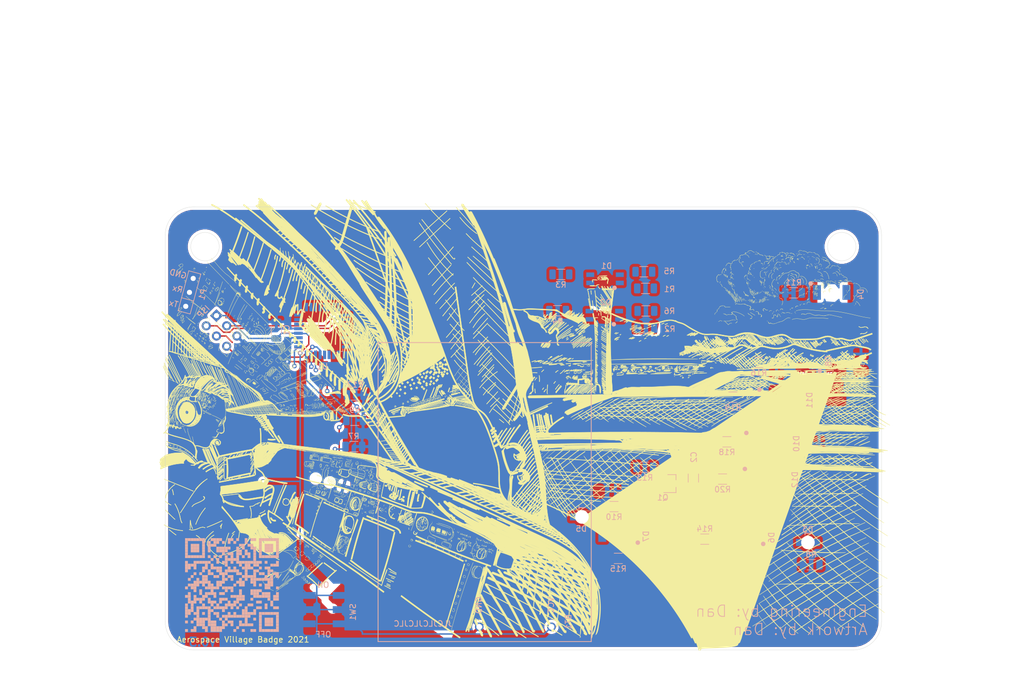
<source format=kicad_pcb>
(kicad_pcb (version 20171130) (host pcbnew 5.1.10-88a1d61d58~88~ubuntu20.04.1)
  (layers (0 F.Cu signal hide) (31 B.Cu signal) (34 B.Paste user hide) (35 F.Paste user hide) (36 B.SilkS user hide) (37 F.SilkS user) (38 B.Mask user hide) (39 F.Mask user hide) (44 Edge.Cuts user))
  (net 0 "")
  (net 1 GND)
  (net 2 "Net-(BT1-Pad1)")
  (net 3 VCC)
  (net 4 "Net-(D1-Pad4)")
  (net 5 "Net-(D1-Pad3)")
  (net 6 "Net-(D1-Pad1)")
  (net 7 "Net-(D2-Pad1)")
  (net 8 "Net-(D2-Pad3)")
  (net 9 "Net-(D2-Pad4)")
  (net 10 "Net-(D3-Pad1)")
  (net 11 "Net-(D3-Pad2)")
  (net 12 "Net-(D4-Pad1)")
  (net 13 "Net-(D5-Pad1)")
  (net 14 "Net-(D10-Pad2)")
  (net 15 "Net-(D6-Pad1)")
  (net 16 "Net-(D7-Pad1)")
  (net 17 "Net-(D8-Pad1)")
  (net 18 "Net-(D10-Pad1)")
  (net 19 "Net-(D11-Pad1)")
  (net 20 "Net-(J1-Pad1)")
  (net 21 "Net-(J1-Pad3)")
  (net 22 "Net-(J1-Pad4)")
  (net 23 "Net-(J1-Pad5)")
  (net 24 "Net-(Q1-Pad2)")
  (net 25 "Net-(R1-Pad1)")
  (net 26 "Net-(R2-Pad1)")
  (net 27 "Net-(R3-Pad1)")
  (net 28 "Net-(R4-Pad1)")
  (net 29 "Net-(R5-Pad1)")
  (net 30 "Net-(D4-Pad2)")
  (net 31 "Net-(D12-Pad1)")
  (net 32 "Net-(P1-Pad1)")
  (net 33 "Net-(P1-Pad2)")
  (net 34 "Net-(R6-Pad1)")
  (net 35 "Net-(R7-Pad2)")
  (net 36 "Net-(R9-Pad2)")
  (net 37 "Net-(R12-Pad2)")
  (net 38 "Net-(R13-Pad2)")
  (net 39 "Net-(SW1-Pad3)")
  (net 40 "Net-(U1-Pad7)")
  (net 41 "Net-(U1-Pad8)")
  (net 42 "Net-(U1-Pad11)")
  (net 43 "Net-(U1-Pad18)")
  (net 44 "Net-(U1-Pad19)")
  (net 45 "Net-(U1-Pad20)")
  (net 46 "Net-(U1-Pad21)")
  (net 47 "Net-(U1-Pad22)")
  (net 48 "Net-(U1-Pad27)")
  (net 49 "Net-(U1-Pad28)")
  (module aerospace_badge:artboard2 (layer F.Cu) (at 147.12188 104.30256)
    (fp_text reference S1 hide)
    (fp_text value OpenConnections hide)
    (fp_poly (pts (xy 8.880089 -14.700701) (xy 15.622828 16.13825) (xy 17.457343 16.395597) (xy 40.922059 5.857224) (xy 41.107577 6.004502) (xy 43.168435 3.889902) (xy 43.083686 3.755543) (xy 50.231569 -4.653764) (xy 50.267227 -4.588134) (xy 52.297592 -8.938773) (xy 51.93534 -8.937186) (xy 52.02991 -9.194535) (xy 52.392162 -9.196123) (xy 58.207309 -9.243669) (xy 58.126694 -8.98167) (xy 57.76496 -8.960477) (xy 57.845574 -9.222475) (xy 58.207309 -9.243669) (xy 52.392162 -9.196123) (xy 52.297592 -8.938773) (xy 50.267227 -4.588134) (xy 49.738576 -3.903422) (xy 49.702918 -3.969052) (xy 50.231569 -4.653764) (xy 43.083686 3.755543) (xy 44.339939 2.354077) (xy 45.509894 1.275075) (xy 45.424627 1.140714) (xy 46.680882 -0.26075) (xy 47.77849 -1.467395) (xy 47.693739 -1.601753) (xy 48.949994 -3.003219) (xy 51.629416 -6.034558) (xy 51.665074 -5.968929) (xy 52.775599 -8.939289) (xy 52.413347 -8.937702) (xy 52.507917 -9.195051) (xy 52.870169 -9.196123) (xy 52.867584 -8.941832) (xy 52.962151 -9.199179) (xy 57.744289 -9.218348) (xy 57.663673 -8.95635) (xy 57.302456 -8.935156) (xy 57.382553 -9.197155) (xy 57.744289 -9.218348) (xy 52.962151 -9.199179) (xy 53.324403 -9.20025) (xy 53.787942 -9.20025) (xy 53.693372 -8.942901) (xy 53.331121 -8.941313) (xy 53.425691 -9.198663) (xy 53.787942 -9.20025) (xy 53.324403 -9.20025) (xy 53.229835 -8.943419) (xy 52.867584 -8.941832) (xy 52.870169 -9.196123) (xy 52.775599 -8.939289) (xy 51.665074 -5.968929) (xy 51.136423 -5.284216) (xy 53.068606 -7.627226) (xy 53.104262 -7.56108) (xy 52.575613 -6.876367) (xy 52.539956 -6.941995) (xy 53.068606 -7.627226) (xy 51.136423 -5.284216) (xy 51.100768 -5.349846) (xy 51.629416 -6.034558) (xy 48.949994 -3.003219) (xy 49.034742 -2.868859) (xy 47.77849 -1.467395) (xy 46.680882 -0.26075) (xy 46.765631 -0.126391) (xy 45.509894 1.275075) (xy 44.339939 2.354077) (xy 44.424687 2.488435) (xy 43.168435 3.889902) (xy 41.107577 6.004502) (xy 39.472537 8.062256) (xy 56.733498 -8.901049) (xy 56.371763 -8.879856) (xy 56.452378 -9.141857) (xy 56.813596 -9.16305) (xy 57.291086 -9.189402) (xy 57.210471 -8.927404) (xy 56.848737 -8.906211) (xy 56.929351 -9.168212) (xy 57.291086 -9.189402) (xy 56.813596 -9.16305) (xy 56.733498 -8.901049) (xy 39.472537 8.062256) (xy 39.287535 7.914979) (xy 40.922059 5.857224) (xy 17.457343 16.395597) (xy 16.732321 17.441013) (xy 14.897291 17.183664) (xy 15.622828 16.13825) (xy 8.880089 -14.700701) (xy 8.880089 27.534965) (xy 18.042319 16.483446) (xy 19.876834 16.740796) (xy 35.70119 12.72037) (xy 35.886192 12.867132) (xy 34.251667 14.925402) (xy 34.066147 14.778125) (xy 35.70119 12.72037) (xy 19.876834 16.740796) (xy 19.151812 17.786728) (xy 17.317299 17.529379) (xy 18.042319 16.483446) (xy 8.880089 27.534965) (xy 65.67197 27.534965) (xy 21.453999 18.098852) (xy 19.619484 17.841505) (xy 20.345022 16.796091) (xy 22.179534 17.052922) (xy 22.691132 17.134054) (xy 24.525645 17.391404) (xy 37.261303 19.435207) (xy 39.099948 19.661031) (xy 39.686476 19.739062) (xy 41.525124 19.964889) (xy 40.817673 21.023223) (xy 38.979025 20.797396) (xy 39.686476 19.739062) (xy 39.099948 19.661031) (xy 38.3925 20.719365) (xy 36.553852 20.49354) (xy 37.261303 19.435207) (xy 24.525645 17.391404) (xy 23.800107 18.437333) (xy 21.965595 18.179984) (xy 22.691132 17.134054) (xy 22.179534 17.052922) (xy 21.453999 18.098852) (xy 65.67197 27.534965) (xy 65.67197 -14.700701) (xy 38.29173 9.232212) (xy 38.476732 9.37949) (xy 41.993828 20.011914) (xy 43.832476 20.237741) (xy 44.345625 20.30957) (xy 46.18427 20.535397) (xy 45.476821 21.593731) (xy 43.638174 21.367903) (xy 44.345625 20.30957) (xy 43.832476 20.237741) (xy 43.125543 21.295556) (xy 41.286896 21.070247) (xy 41.993828 20.011914) (xy 38.476732 9.37949) (xy 36.842205 11.437244) (xy 36.656687 11.289967) (xy 38.29173 9.232212) (xy 65.67197 -14.700701) (xy 8.880089 -14.700701)) (layer F.Cu) (width 0))
    (fp_poly (pts (xy 30.595559 -33.567766) (xy 17.313164 -28.682793) (xy 17.654848 -28.618918) (xy 17.944519 -28.437109) (xy 18.138099 -28.165031) (xy 18.206133 -27.844084) (xy 18.138257 -27.522979) (xy 17.944714 -27.250726) (xy 17.654975 -27.068783) (xy 17.313164 -27.004859) (xy 16.971194 -27.068644) (xy 16.681281 -27.250554) (xy 16.487604 -27.522867) (xy 16.419679 -27.844084) (xy 16.487762 -28.165143) (xy 16.681475 -28.43728) (xy 16.971321 -28.619057) (xy 17.313164 -28.682793) (xy 30.595559 -33.567766) (xy 5.502 -33.500587) (xy 15.20425 -23.261935) (xy 19.427248 -23.190105) (xy 19.102721 -19.921571) (xy 15.743235 -20.159799) (xy 15.20425 -23.261935) (xy 5.502 -33.500587) (xy 7.927176 -15.832931) (xy 27.35493 -15.867038) (xy 30.595559 -33.567766)) (layer F.Cu) (width 0))
    (fp_poly (pts (xy -31.276324 24.430818) (xy -29.430771 25.81357) (xy -32.028133 28.439562) (xy -33.905833 26.703062) (xy -31.276324 24.430818)) (layer F.Cu) (width 0))
    (fp_poly (pts (xy -15.1189 20.516263) (xy -6.566159 24.474167) (xy -9.940978 35.579174) (xy -17.843738 29.803426) (xy -15.1189 20.516263)) (layer F.Cu) (width 0))
    (fp_poly (pts (xy -24.153352 16.685601) (xy -18.931504 18.902595) (xy -21.281932 27.338158) (xy -26.250114 23.747746) (xy -24.153352 16.685601)) (layer F.Cu) (width 0))
    (fp_poly (pts (xy -31.329458 13.808588) (xy -27.846925 15.391027) (xy -29.787128 21.719503) (xy -33.030499 19.515773) (xy -31.329458 13.808588)) (layer F.Cu) (width 0))
    (fp_poly (pts (xy -34.586868 12.331002) (xy -32.100123 13.302406) (xy -33.102375 16.344561) (xy -33.841093 18.973885) (xy -36.059974 17.426178) (xy -36.047218 17.210132) (xy -34.586868 12.331002)) (layer F.Cu) (width 0))
    (fp_poly (pts (xy -48.174148 6.120702) (xy -44.333001 5.402673) (xy -44.244122 8.476972) (xy -48.080823 9.335453) (xy -48.174148 6.120702)) (layer F.Cu) (width 0))
    (pad 4 smd circle (at -46.11624 7.20598) (size 1.524 1.524) (layers F.Cu F.Paste F.Mask) (net 3 VCC))
    (pad 4 smd circle (at -31.60268 26.2001) (size 1.524 1.524) (layers F.Cu F.Paste F.Mask) (net 3 VCC))
    (pad 3 smd circle (at -22.74824 21.5646) (size 1.524 1.524) (layers F.Cu F.Paste F.Mask) (net 37 "Net-(R12-Pad2)"))
    (pad 2 smd circle (at -30.68574 17.34312) (size 1.524 1.524) (layers F.Cu F.Paste F.Mask) (net 36 "Net-(R9-Pad2)"))
    (pad 1 smd circle (at -34.1249 15.24508) (size 1.524 1.524) (layers F.Cu F.Paste F.Mask) (net 35 "Net-(R7-Pad2)"))
  )
  (module aerospace_badge:qrc (layer B.Cu) (at 99.4918 132.8166 180)
    (fp_text reference QR***** hide)
    (fp_text value qrc hide)
  )
  (module aerospace_badge:serialConnector (layer B.Cu) (at 92.26804 81.05648 75)
    (fp_text reference P1 (at 0.24384 2.35966 75) (layer B.SilkS) (effects (justify mirror)))
    (fp_text value SerialConnector)
    (fp_text user GND (at 2.61366 -2.77114 -15) (layer B.SilkS) (effects (justify mirror)))
    (fp_text user Rx (at 0.06604 -2.16916 -15) (layer B.SilkS) (effects (justify mirror)))
    (fp_text user Tx (at -2.64668 -2.16916 -195) (layer B.SilkS) (effects (justify mirror)))
    (pad 3 thru_hole rect (at 2.54 0 75) (size 1.6 1.6) (drill 0.9) (layers *.Cu *.Mask) (net 1 GND))
    (pad 2 thru_hole circle (at 0 0 75) (size 1.6 1.6) (drill 0.9) (layers *.Cu *.Mask) (net 33 "Net-(P1-Pad2)"))
    (pad 1 thru_hole circle (at -2.54 0 75) (size 1.6 1.6) (drill 0.9) (layers *.Cu *.Mask) (net 32 "Net-(P1-Pad1)"))
  )
  (module aerospace_badge:switch_JS202011SCQN (layer B.Cu) (at 115.97304 136.8914 270)
    (fp_text reference SW1 (at 0.44196 -5.04952 90) (layer B.SilkS) (effects (justify mirror)))
    (fp_text value SW_SPDT)
    (fp_text user OFF (at 4.37896 0.16002 180) (layer B.SilkS) (effects (justify mirror)))
    (fp_text user ON (at -4.35356 0.18288 180) (layer B.SilkS) (effects (justify mirror)))
    (pad 3 smd rect (at 2.5 2.75 270) (size 1.2 2.5) (layers B.Cu B.Paste B.Mask) (net 39 "Net-(SW1-Pad3)"))
    (pad 2 smd rect (at 0 2.75 270) (size 1.2 2.5) (layers B.Cu B.Paste B.Mask) (net 2 "Net-(BT1-Pad1)"))
    (pad 1 smd rect (at -2.5 2.75 270) (size 1.2 2.5) (layers B.Cu B.Paste B.Mask) (net 3 VCC))
    (pad 3 smd rect (at 2.5 -2.75 270) (size 1.2 2.5) (layers B.Cu B.Paste B.Mask) (net 39 "Net-(SW1-Pad3)"))
    (pad 2 smd rect (at 0 -2.75 270) (size 1.2 2.5) (layers B.Cu B.Paste B.Mask) (net 2 "Net-(BT1-Pad1)"))
    (pad 1 smd rect (at -2.5 -2.75 270) (size 1.2 2.5) (layers B.Cu B.Paste B.Mask) (net 3 VCC))
  )
  (module 2479_battery_holder:2479 (layer B.Cu) (at 144.92224 116.80444 270)
    (fp_text reference BT1 (at 22.24278 -13.9827 270) (layer B.SilkS) (effects (justify mirror)))
    (fp_text value Battery_Cell)
    (fp_text user VCC (at 19.31162 -10.93978 270) (layer B.SilkS) (effects (justify mirror)))
    (fp_text user GND (at 19.31162 1.76022 270) (layer B.SilkS) (effects (justify mirror)))
    (pad 2 thru_hole circle (at 23.12162 1.68022 270) (size 1.524 1.524) (drill 1.02) (layers *.Cu *.Mask) (net 1 GND))
    (pad 1 thru_hole circle (at 23.12162 -11.01978 270) (size 1.524 1.524) (drill 1.02) (layers *.Cu *.Mask) (net 2 "Net-(BT1-Pad1)"))
  )
  (module digikey-footprints:TQFP-32_7x7mm (layer B.Cu) (at 115.63604 87.84336)
    (fp_text reference U1 (at 0 6.25) (layer B.SilkS) (effects (justify mirror)))
    (fp_text value ATmega8-16AU)
    (pad 32 smd rect (at -2.8 4.2) (size 0.55 1.5) (layers B.Cu B.Paste B.Mask) (net 36 "Net-(R9-Pad2)"))
    (pad 31 smd rect (at -2 4.2) (size 0.55 1.5) (layers B.Cu B.Paste B.Mask) (net 32 "Net-(P1-Pad1)"))
    (pad 30 smd rect (at -1.2 4.2) (size 0.55 1.5) (layers B.Cu B.Paste B.Mask) (net 33 "Net-(P1-Pad2)"))
    (pad 29 smd rect (at -0.4 4.2) (size 0.55 1.5) (layers B.Cu B.Paste B.Mask) (net 23 "Net-(J1-Pad5)"))
    (pad 28 smd rect (at 0.4 4.2) (size 0.55 1.5) (layers B.Cu B.Paste B.Mask) (net 49 "Net-(U1-Pad28)"))
    (pad 27 smd rect (at 1.2 4.2) (size 0.55 1.5) (layers B.Cu B.Paste B.Mask) (net 48 "Net-(U1-Pad27)"))
    (pad 26 smd rect (at 2 4.2) (size 0.55 1.5) (layers B.Cu B.Paste B.Mask) (net 11 "Net-(D3-Pad2)"))
    (pad 25 smd rect (at 2.8 4.2) (size 0.55 1.5) (layers B.Cu B.Paste B.Mask) (net 29 "Net-(R5-Pad1)"))
    (pad 24 smd rect (at 4.2 2.8) (size 1.5 0.55) (layers B.Cu B.Paste B.Mask) (net 27 "Net-(R3-Pad1)"))
    (pad 23 smd rect (at 4.2 2) (size 1.5 0.55) (layers B.Cu B.Paste B.Mask) (net 25 "Net-(R1-Pad1)"))
    (pad 22 smd rect (at 4.2 1.2) (size 1.5 0.55) (layers B.Cu B.Paste B.Mask) (net 47 "Net-(U1-Pad22)"))
    (pad 21 smd rect (at 4.2 0.4) (size 1.5 0.55) (layers B.Cu B.Paste B.Mask) (net 46 "Net-(U1-Pad21)"))
    (pad 20 smd rect (at 4.2 -0.4) (size 1.5 0.55) (layers B.Cu B.Paste B.Mask) (net 45 "Net-(U1-Pad20)"))
    (pad 19 smd rect (at 4.2 -1.2) (size 1.5 0.55) (layers B.Cu B.Paste B.Mask) (net 44 "Net-(U1-Pad19)"))
    (pad 18 smd rect (at 4.2 -2) (size 1.5 0.55) (layers B.Cu B.Paste B.Mask) (net 43 "Net-(U1-Pad18)"))
    (pad 17 smd rect (at 4.2 -2.8) (size 1.5 0.55) (layers B.Cu B.Paste B.Mask) (net 21 "Net-(J1-Pad3)"))
    (pad 16 smd rect (at 2.8 -4.2) (size 0.55 1.5) (layers B.Cu B.Paste B.Mask) (net 20 "Net-(J1-Pad1)"))
    (pad 15 smd rect (at 2 -4.2) (size 0.55 1.5) (layers B.Cu B.Paste B.Mask) (net 22 "Net-(J1-Pad4)"))
    (pad 14 smd rect (at 1.2 -4.2) (size 0.55 1.5) (layers B.Cu B.Paste B.Mask) (net 38 "Net-(R13-Pad2)"))
    (pad 13 smd rect (at 0.4 -4.2) (size 0.55 1.5) (layers B.Cu B.Paste B.Mask) (net 34 "Net-(R6-Pad1)"))
    (pad 12 smd rect (at -0.4 -4.2) (size 0.55 1.5) (layers B.Cu B.Paste B.Mask) (net 30 "Net-(D4-Pad2)"))
    (pad 11 smd rect (at -1.2 -4.2) (size 0.55 1.5) (layers B.Cu B.Paste B.Mask) (net 42 "Net-(U1-Pad11)"))
    (pad 10 smd rect (at -2 -4.2) (size 0.55 1.5) (layers B.Cu B.Paste B.Mask) (net 28 "Net-(R4-Pad1)"))
    (pad 8 smd rect (at -4.2 -2.8) (size 1.5 0.55) (layers B.Cu B.Paste B.Mask) (net 41 "Net-(U1-Pad8)"))
    (pad 7 smd rect (at -4.2 -2) (size 1.5 0.55) (layers B.Cu B.Paste B.Mask) (net 40 "Net-(U1-Pad7)"))
    (pad 6 smd rect (at -4.2 -1.2) (size 1.5 0.55) (layers B.Cu B.Paste B.Mask) (net 3 VCC))
    (pad 5 smd rect (at -4.2 -0.4) (size 1.5 0.55) (layers B.Cu B.Paste B.Mask) (net 1 GND))
    (pad 4 smd rect (at -4.2 0.4) (size 1.5 0.55) (layers B.Cu B.Paste B.Mask) (net 3 VCC))
    (pad 3 smd rect (at -4.2 1.2) (size 1.5 0.55) (layers B.Cu B.Paste B.Mask) (net 1 GND))
    (pad 2 smd rect (at -4.2 2) (size 1.5 0.55) (layers B.Cu B.Paste B.Mask) (net 35 "Net-(R7-Pad2)"))
    (pad 1 smd rect (at -4.2 2.8) (size 1.5 0.55) (layers B.Cu B.Paste B.Mask) (net 37 "Net-(R12-Pad2)"))
    (pad 9 smd rect (at -2.8 -4.2) (size 0.55 1.5) (layers B.Cu B.Paste B.Mask) (net 26 "Net-(R2-Pad1)"))
  )
  (module aerospace_badge:led_in-s124ar (layer B.Cu) (at 161.29464 120.5738 180)
    (fp_text reference D5 (at 0.11684 -2.09042) (layer B.SilkS) (effects (justify mirror)))
    (fp_text value LED)
    (fp_text user T (at -0.01524 1.61798 90) (layer B.SilkS) (effects (justify mirror)))
    (pad "" np_thru_hole circle (at 0 0 180) (size 2.4 2.4) (drill 2.4) (layers *.Cu *.Mask))
    (pad 2 smd rect (at 1.56 0 180) (size 1.08 1.25) (layers B.Cu B.Paste B.Mask) (net 11 "Net-(D3-Pad2)"))
    (pad 1 smd rect (at -1.56 0 180) (size 1.08 1.25) (layers B.Cu B.Paste B.Mask) (net 13 "Net-(D5-Pad1)"))
  )
  (module Resistors_SMD:R_1206_3216Metric (layer B.Cu) (at 107.54868 87.69658 90)
    (fp_text reference C1 (at 0 1.82 90) (layer B.SilkS) (effects (justify mirror)))
    (fp_text value .1uF)
    (pad 2 smd roundrect (at 1.4625 0 90) (size 1.125 1.75) (layers B.Cu B.Paste B.Mask) (roundrect_rratio 0.222222) (net 1 GND))
    (pad 1 smd roundrect (at -1.4625 0 90) (size 1.125 1.75) (layers B.Cu B.Paste B.Mask) (roundrect_rratio 0.222222) (net 3 VCC))
  )
  (module Resistors_SMD:R_1206_3216Metric (layer B.Cu) (at 180.90388 113.74328 90)
    (fp_text reference C2 (at 3.69524 0.0762 90) (layer B.SilkS) (effects (justify mirror)))
    (fp_text value .1uF)
    (pad 2 smd roundrect (at 1.4625 0 90) (size 1.125 1.75) (layers B.Cu B.Paste B.Mask) (roundrect_rratio 0.222222) (net 1 GND))
    (pad 1 smd roundrect (at -1.4625 0 90) (size 1.125 1.75) (layers B.Cu B.Paste B.Mask) (roundrect_rratio 0.222222) (net 3 VCC))
  )
  (module aerospace_badge:led_in-s124ar (layer B.Cu) (at 201.05116 125.07976 180)
    (fp_text reference D3 (at 0.01524 2.3114) (layer B.SilkS) (effects (justify mirror)))
    (fp_text value LED)
    (fp_text user T (at -0.01524 1.61798 90) (layer B.SilkS) (effects (justify mirror)))
    (pad "" np_thru_hole circle (at 0 0 180) (size 2.4 2.4) (drill 2.4) (layers *.Cu *.Mask))
    (pad 2 smd rect (at 1.56 0 180) (size 1.08 1.25) (layers B.Cu B.Paste B.Mask) (net 11 "Net-(D3-Pad2)"))
    (pad 1 smd rect (at -1.56 0 180) (size 1.08 1.25) (layers B.Cu B.Paste B.Mask) (net 10 "Net-(D3-Pad1)"))
  )
  (module aerospace_badge:AVR-ISP-6 (layer F.Cu) (at 95.221789 86.941389 45)
    (fp_text reference J1 hide)
    (fp_text value AVR-ISP-6 hide)
    (pad 6 thru_hole oval (at 2.54 5.08 45) (size 1.6 1.6) (drill 0.9) (layers *.Cu *.Mask) (net 1 GND))
    (pad 5 thru_hole oval (at 0 5.08 45) (size 1.6 1.6) (drill 0.9) (layers *.Cu *.Mask) (net 23 "Net-(J1-Pad5)"))
    (pad 4 thru_hole oval (at 2.54 2.54 45) (size 1.6 1.6) (drill 0.9) (layers *.Cu *.Mask) (net 22 "Net-(J1-Pad4)"))
    (pad 3 thru_hole oval (at 0 2.54 45) (size 1.6 1.6) (drill 0.9) (layers *.Cu *.Mask) (net 21 "Net-(J1-Pad3)"))
    (pad 2 thru_hole rect (at 2.54 0 45) (size 1.6 1.6) (drill 0.9) (layers *.Cu *.Mask) (net 3 VCC))
    (pad 1 thru_hole oval (at 0 0 45) (size 1.6 1.6) (drill 0.9) (layers *.Cu *.Mask) (net 20 "Net-(J1-Pad1)"))
  )
  (module Resistors_SMD:R_1206_3216Metric (layer B.Cu) (at 172.55536 87.33028 180)
    (fp_text reference R2 (at -4.19816 -0.16764) (layer B.SilkS) (effects (justify mirror)))
    (fp_text value 330)
    (pad 2 smd roundrect (at 1.4625 0 180) (size 1.125 1.75) (layers B.Cu B.Paste B.Mask) (roundrect_rratio 0.222222) (net 7 "Net-(D2-Pad1)"))
    (pad 1 smd roundrect (at -1.4625 0 180) (size 1.125 1.75) (layers B.Cu B.Paste B.Mask) (roundrect_rratio 0.222222) (net 26 "Net-(R2-Pad1)"))
  )
  (module Resistors_SMD:R_1206_3216Metric (layer B.Cu) (at 172.48332 80.35544 180)
    (fp_text reference R1 (at -4.21432 -0.127) (layer B.SilkS) (effects (justify mirror)))
    (fp_text value 330)
    (pad 2 smd roundrect (at 1.4625 0 180) (size 1.125 1.75) (layers B.Cu B.Paste B.Mask) (roundrect_rratio 0.222222) (net 6 "Net-(D1-Pad1)"))
    (pad 1 smd roundrect (at -1.4625 0 180) (size 1.125 1.75) (layers B.Cu B.Paste B.Mask) (roundrect_rratio 0.222222) (net 25 "Net-(R1-Pad1)"))
  )
  (module Resistors_SMD:R_1206_3216Metric (layer B.Cu) (at 157.0198 84.28736)
    (fp_text reference R4 (at 0 1.82) (layer B.SilkS) (effects (justify mirror)))
    (fp_text value 330)
    (pad 2 smd roundrect (at 1.4625 0) (size 1.125 1.75) (layers B.Cu B.Paste B.Mask) (roundrect_rratio 0.222222) (net 8 "Net-(D2-Pad3)"))
    (pad 1 smd roundrect (at -1.4625 0) (size 1.125 1.75) (layers B.Cu B.Paste B.Mask) (roundrect_rratio 0.222222) (net 28 "Net-(R4-Pad1)"))
  )
  (module Resistors_SMD:R_1206_3216Metric (layer B.Cu) (at 157.59384 77.89164)
    (fp_text reference R3 (at 0 1.82) (layer B.SilkS) (effects (justify mirror)))
    (fp_text value 330)
    (pad 2 smd roundrect (at 1.4625 0) (size 1.125 1.75) (layers B.Cu B.Paste B.Mask) (roundrect_rratio 0.222222) (net 5 "Net-(D1-Pad3)"))
    (pad 1 smd roundrect (at -1.4625 0) (size 1.125 1.75) (layers B.Cu B.Paste B.Mask) (roundrect_rratio 0.222222) (net 27 "Net-(R3-Pad1)"))
  )
  (module Resistors_SMD:R_1206_3216Metric (layer B.Cu) (at 172.55028 84.31784 180)
    (fp_text reference R6 (at -4.14736 -0.0254) (layer B.SilkS) (effects (justify mirror)))
    (fp_text value 330)
    (pad 2 smd roundrect (at 1.4625 0 180) (size 1.125 1.75) (layers B.Cu B.Paste B.Mask) (roundrect_rratio 0.222222) (net 9 "Net-(D2-Pad4)"))
    (pad 1 smd roundrect (at -1.4625 0 180) (size 1.125 1.75) (layers B.Cu B.Paste B.Mask) (roundrect_rratio 0.222222) (net 34 "Net-(R6-Pad1)"))
  )
  (module Resistors_SMD:R_1206_3216Metric (layer B.Cu) (at 172.1896 77.4192 180)
    (fp_text reference R5 (at -4.48264 0.09144) (layer B.SilkS) (effects (justify mirror)))
    (fp_text value 330)
    (pad 2 smd roundrect (at 1.4625 0 180) (size 1.125 1.75) (layers B.Cu B.Paste B.Mask) (roundrect_rratio 0.222222) (net 4 "Net-(D1-Pad4)"))
    (pad 1 smd roundrect (at -1.4625 0 180) (size 1.125 1.75) (layers B.Cu B.Paste B.Mask) (roundrect_rratio 0.222222) (net 29 "Net-(R5-Pad1)"))
  )
  (module Resistors_SMD:R_1206_3216Metric (layer B.Cu) (at 201.62312 128.99136 180)
    (fp_text reference R8 (at 0 1.82) (layer B.SilkS) (effects (justify mirror)))
    (fp_text value 330)
    (pad 2 smd roundrect (at 1.4625 0 180) (size 1.125 1.75) (layers B.Cu B.Paste B.Mask) (roundrect_rratio 0.222222) (net 1 GND))
    (pad 1 smd roundrect (at -1.4625 0 180) (size 1.125 1.75) (layers B.Cu B.Paste B.Mask) (roundrect_rratio 0.222222) (net 10 "Net-(D3-Pad1)"))
  )
  (module Resistors_SMD:R_1206_3216Metric (layer B.Cu) (at 166.94458 118.76024)
    (fp_text reference R10 (at 0 1.82) (layer B.SilkS) (effects (justify mirror)))
    (fp_text value 330)
    (pad 2 smd roundrect (at 1.4625 0) (size 1.125 1.75) (layers B.Cu B.Paste B.Mask) (roundrect_rratio 0.222222) (net 1 GND))
    (pad 1 smd roundrect (at -1.4625 0) (size 1.125 1.75) (layers B.Cu B.Paste B.Mask) (roundrect_rratio 0.222222) (net 13 "Net-(D5-Pad1)"))
  )
  (module Resistors_SMD:R_1206_3216Metric (layer B.Cu) (at 121.33634 103.56596 180)
    (fp_text reference R9 (at 0 1.82) (layer B.SilkS) (effects (justify mirror)))
    (fp_text value 10K)
    (pad 2 smd roundrect (at 1.4625 0 180) (size 1.125 1.75) (layers B.Cu B.Paste B.Mask) (roundrect_rratio 0.222222) (net 36 "Net-(R9-Pad2)"))
    (pad 1 smd roundrect (at -1.4625 0 180) (size 1.125 1.75) (layers B.Cu B.Paste B.Mask) (roundrect_rratio 0.222222) (net 1 GND))
  )
  (module Resistors_SMD:R_1206_3216Metric (layer B.Cu) (at 172.35632 111.85144)
    (fp_text reference R13 (at 0 1.82) (layer B.SilkS) (effects (justify mirror)))
    (fp_text value 1K)
    (pad 2 smd roundrect (at 1.4625 0) (size 1.125 1.75) (layers B.Cu B.Paste B.Mask) (roundrect_rratio 0.222222) (net 38 "Net-(R13-Pad2)"))
    (pad 1 smd roundrect (at -1.4625 0) (size 1.125 1.75) (layers B.Cu B.Paste B.Mask) (roundrect_rratio 0.222222) (net 24 "Net-(Q1-Pad2)"))
  )
  (module Resistors_SMD:R_1206_3216Metric (layer B.Cu) (at 182.90032 124.49048 180)
    (fp_text reference R14 (at 0 1.82) (layer B.SilkS) (effects (justify mirror)))
    (fp_text value 330)
    (pad 2 smd roundrect (at 1.4625 0 180) (size 1.125 1.75) (layers B.Cu B.Paste B.Mask) (roundrect_rratio 0.222222) (net 1 GND))
    (pad 1 smd roundrect (at -1.4625 0 180) (size 1.125 1.75) (layers B.Cu B.Paste B.Mask) (roundrect_rratio 0.222222) (net 15 "Net-(D6-Pad1)"))
  )
  (module Resistors_SMD:R_1206_3216Metric (layer B.Cu) (at 167.69642 127.88392)
    (fp_text reference R15 (at 0 1.82) (layer B.SilkS) (effects (justify mirror)))
    (fp_text value 330)
    (pad 2 smd roundrect (at 1.4625 0) (size 1.125 1.75) (layers B.Cu B.Paste B.Mask) (roundrect_rratio 0.222222) (net 1 GND))
    (pad 1 smd roundrect (at -1.4625 0) (size 1.125 1.75) (layers B.Cu B.Paste B.Mask) (roundrect_rratio 0.222222) (net 16 "Net-(D7-Pad1)"))
  )
  (module Resistors_SMD:R_1206_3216Metric (layer B.Cu) (at 192.41008 93.39072)
    (fp_text reference R16 (at 0 1.82) (layer B.SilkS) (effects (justify mirror)))
    (fp_text value 330)
    (pad 2 smd roundrect (at 1.4625 0) (size 1.125 1.75) (layers B.Cu B.Paste B.Mask) (roundrect_rratio 0.222222) (net 1 GND))
    (pad 1 smd roundrect (at -1.4625 0) (size 1.125 1.75) (layers B.Cu B.Paste B.Mask) (roundrect_rratio 0.222222) (net 17 "Net-(D8-Pad1)"))
  )
  (module Resistors_SMD:R_1206_3216Metric (layer B.Cu) (at 186.79722 107.35564)
    (fp_text reference R18 (at 0 1.82) (layer B.SilkS) (effects (justify mirror)))
    (fp_text value 330)
    (pad 2 smd roundrect (at 1.4625 0) (size 1.125 1.75) (layers B.Cu B.Paste B.Mask) (roundrect_rratio 0.222222) (net 1 GND))
    (pad 1 smd roundrect (at -1.4625 0) (size 1.125 1.75) (layers B.Cu B.Paste B.Mask) (roundrect_rratio 0.222222) (net 18 "Net-(D10-Pad1)"))
  )
  (module Resistors_SMD:R_1206_3216Metric (layer B.Cu) (at 187.85386 99.50196)
    (fp_text reference R19 (at 0 1.82) (layer B.SilkS) (effects (justify mirror)))
    (fp_text value 330)
    (pad 2 smd roundrect (at 1.4625 0) (size 1.125 1.75) (layers B.Cu B.Paste B.Mask) (roundrect_rratio 0.222222) (net 1 GND))
    (pad 1 smd roundrect (at -1.4625 0) (size 1.125 1.75) (layers B.Cu B.Paste B.Mask) (roundrect_rratio 0.222222) (net 19 "Net-(D11-Pad1)"))
  )
  (module Resistors_SMD:R_1206_3216Metric (layer B.Cu) (at 186.0403 113.919)
    (fp_text reference R20 (at 0 1.82) (layer B.SilkS) (effects (justify mirror)))
    (fp_text value 330)
    (pad 2 smd roundrect (at 1.4625 0) (size 1.125 1.75) (layers B.Cu B.Paste B.Mask) (roundrect_rratio 0.222222) (net 1 GND))
    (pad 1 smd roundrect (at -1.4625 0) (size 1.125 1.75) (layers B.Cu B.Paste B.Mask) (roundrect_rratio 0.222222) (net 31 "Net-(D12-Pad1)"))
  )
  (module aerospace_badge:SOT-23-NPN (layer B.Cu) (at 177.08956 114.71148)
    (fp_text reference Q1 (at -1.58064 2.45872) (layer B.SilkS) (effects (justify mirror)))
    (fp_text value 2N3904)
    (pad 3 smd rect (at 1 0) (size 0.9 0.8) (layers B.Cu B.Paste B.Mask) (net 3 VCC))
    (pad 1 smd rect (at -1 -0.95) (size 0.9 0.8) (layers B.Cu B.Paste B.Mask) (net 14 "Net-(D10-Pad2)"))
    (pad 2 smd rect (at -1 0.95) (size 0.9 0.8) (layers B.Cu B.Paste B.Mask) (net 24 "Net-(Q1-Pad2)"))
  )
  (module sunled:XZMDKCBDDG45S-9 (layer B.Cu) (at 165.23304 85.07112)
    (fp_text reference D2 (at 0.25654 -2.2733) (layer B.SilkS) (effects (justify mirror)))
    (fp_text value SunLED_RGB_ReverseMount)
    (pad 4 smd rect (at 2.6 -0.725) (size 1.4 0.8) (layers B.Cu B.Paste B.Mask) (net 9 "Net-(D2-Pad4)"))
    (pad 3 smd rect (at -2.6 -0.725) (size 1.4 0.8) (layers B.Cu B.Paste B.Mask) (net 8 "Net-(D2-Pad3)"))
    (pad 2 smd rect (at -2.6 0.725) (size 1.4 0.8) (layers B.Cu B.Paste B.Mask) (net 3 VCC))
    (pad 1 smd rect (at 2.6 0.725) (size 1.4 0.8) (layers B.Cu B.Paste B.Mask) (net 7 "Net-(D2-Pad1)"))
  )
  (module sunled:XZM2CRK45WT-9 (layer B.Cu) (at 189.53988 123.88596)
    (fp_text reference D6 (at 5.10286 0.32512 90) (layer B.SilkS) (effects (justify mirror)))
    (fp_text value LED hide)
    (pad 1 smd rect (at -2.6 0) (size 1.4 2.6) (layers B.Cu B.Paste B.Mask) (net 15 "Net-(D6-Pad1)"))
    (pad 2 smd rect (at 2.6 0) (size 1.4 2.6) (layers B.Cu B.Paste B.Mask) (net 14 "Net-(D10-Pad2)"))
  )
  (module sunled:XZM2CRK45WT-9 (layer B.Cu) (at 167.4784 123.66244)
    (fp_text reference D7 (at 5.10286 0.32512 -270) (layer B.SilkS) (effects (justify mirror)))
    (fp_text value LED hide)
    (pad 1 smd rect (at -2.6 0) (size 1.4 2.6) (layers B.Cu B.Paste B.Mask) (net 16 "Net-(D7-Pad1)"))
    (pad 2 smd rect (at 2.6 0) (size 1.4 2.6) (layers B.Cu B.Paste B.Mask) (net 14 "Net-(D10-Pad2)"))
  )
  (module sunled:XZDGK45WT-9 (layer B.Cu) (at 199.43064 93.31452 180)
    (fp_text reference D8 (at -5.22128 0.2032 90) (layer B.SilkS) (effects (justify mirror)))
    (fp_text value LED hide)
    (pad 2 smd rect (at 2.6 0 180) (size 1.4 2.6) (layers B.Cu B.Paste B.Mask) (net 14 "Net-(D10-Pad2)"))
    (pad 1 smd rect (at -2.6 0 180) (size 1.4 2.6) (layers B.Cu B.Paste B.Mask) (net 17 "Net-(D8-Pad1)"))
  )
  (module sunled:XZMYK45WT-9 (layer B.Cu) (at 193.91884 107.35564)
    (fp_text reference D10 (at 5.10286 0.32512 90) (layer B.SilkS) (effects (justify mirror)))
    (fp_text value LED hide)
    (pad 1 smd rect (at -2.6 0) (size 1.4 2.6) (layers B.Cu B.Paste B.Mask) (net 18 "Net-(D10-Pad1)"))
    (pad 2 smd rect (at 2.6 0) (size 1.4 2.6) (layers B.Cu B.Paste B.Mask) (net 14 "Net-(D10-Pad2)"))
  )
  (module sunled:XZMYK45WT-9 (layer B.Cu) (at 196.21912 99.73056)
    (fp_text reference D11 (at 5.10286 0.32512 90) (layer B.SilkS) (effects (justify mirror)))
    (fp_text value LED hide)
    (pad 1 smd rect (at -2.6 0) (size 1.4 2.6) (layers B.Cu B.Paste B.Mask) (net 19 "Net-(D11-Pad1)"))
    (pad 2 smd rect (at 2.6 0) (size 1.4 2.6) (layers B.Cu B.Paste B.Mask) (net 14 "Net-(D10-Pad2)"))
  )
  (module sunled:XZMYK45WT-9 (layer B.Cu) (at 193.66072 113.69548)
    (fp_text reference D12 (at 5.10286 0.32512 90) (layer B.SilkS) (effects (justify mirror)))
    (fp_text value LED hide)
    (pad 1 smd rect (at -2.6 0) (size 1.4 2.6) (layers B.Cu B.Paste B.Mask) (net 31 "Net-(D12-Pad1)"))
    (pad 2 smd rect (at 2.6 0) (size 1.4 2.6) (layers B.Cu B.Paste B.Mask) (net 14 "Net-(D10-Pad2)"))
  )
  (module Resistors_SMD:R_1206_3216Metric (layer B.Cu) (at 121.17886 108.19892 180)
    (fp_text reference R7 (at 0 1.82) (layer B.SilkS) (effects (justify mirror)))
    (fp_text value 10K)
    (pad 2 smd roundrect (at 1.4625 0 180) (size 1.125 1.75) (layers B.Cu B.Paste B.Mask) (roundrect_rratio 0.222222) (net 35 "Net-(R7-Pad2)"))
    (pad 1 smd roundrect (at -1.4625 0 180) (size 1.125 1.75) (layers B.Cu B.Paste B.Mask) (roundrect_rratio 0.222222) (net 1 GND))
  )
  (module Resistors_SMD:R_1206_3216Metric (layer B.Cu) (at 198.52694 81.13776 180)
    (fp_text reference R11 (at 0 1.82) (layer B.SilkS) (effects (justify mirror)))
    (fp_text value 330)
    (pad 2 smd roundrect (at 1.4625 0 180) (size 1.125 1.75) (layers B.Cu B.Paste B.Mask) (roundrect_rratio 0.222222) (net 1 GND))
    (pad 1 smd roundrect (at -1.4625 0 180) (size 1.125 1.75) (layers B.Cu B.Paste B.Mask) (roundrect_rratio 0.222222) (net 12 "Net-(D4-Pad1)"))
  )
  (module Resistors_SMD:R_1206_3216Metric (layer B.Cu) (at 121.4267 99.11588 180)
    (fp_text reference R12 (at 0 1.82) (layer B.SilkS) (effects (justify mirror)))
    (fp_text value 10K)
    (pad 2 smd roundrect (at 1.4625 0 180) (size 1.125 1.75) (layers B.Cu B.Paste B.Mask) (roundrect_rratio 0.222222) (net 37 "Net-(R12-Pad2)"))
    (pad 1 smd roundrect (at -1.4625 0 180) (size 1.125 1.75) (layers B.Cu B.Paste B.Mask) (roundrect_rratio 0.222222) (net 1 GND))
  )
  (module sunled:XZMDKCBDDG45S-9 (layer B.Cu) (at 165.35908 78.66888)
    (fp_text reference D1 (at 0.25654 -2.2733) (layer B.SilkS) (effects (justify mirror)))
    (fp_text value SunLED_RGB_ReverseMount)
    (pad 1 smd rect (at 2.6 0.725) (size 1.4 0.8) (layers B.Cu B.Paste B.Mask) (net 6 "Net-(D1-Pad1)"))
    (pad 2 smd rect (at -2.6 0.725) (size 1.4 0.8) (layers B.Cu B.Paste B.Mask) (net 3 VCC))
    (pad 3 smd rect (at -2.6 -0.725) (size 1.4 0.8) (layers B.Cu B.Paste B.Mask) (net 5 "Net-(D1-Pad3)"))
    (pad 4 smd rect (at 2.6 -0.725) (size 1.4 0.8) (layers B.Cu B.Paste B.Mask) (net 4 "Net-(D1-Pad4)"))
  )
  (module sunled:XZFBB45S-9 (layer B.Cu) (at 205.23296 81.05648)
    (fp_text reference D4 (at 5.10286 0.32512 -270) (layer B.SilkS) (effects (justify mirror)))
    (fp_text value LED hide)
    (pad 2 smd rect (at 2.6 0) (size 1.4 2.6) (layers B.Cu B.Paste B.Mask) (net 30 "Net-(D4-Pad2)"))
    (pad 1 smd rect (at -2.6 0) (size 1.4 2.6) (layers B.Cu B.Paste B.Mask) (net 12 "Net-(D4-Pad1)"))
  )
  (gr_text ISP (at 94.73184 84.44992 45) (layer B.SilkS) (effects (font (size 1 1)) (justify mirror)))
  (gr_arc (start 93 139) (end 88 139) (angle -90) (layer Edge.Cuts) (width 0.05))
  (gr_arc (start 209 139) (end 209 144) (angle -90) (layer Edge.Cuts) (width 0.05))
  (gr_arc (start 209 71) (end 214 71) (angle -90) (layer Edge.Cuts) (width 0.05))
  (gr_arc (start 93 71) (end 93 66) (angle -90) (layer Edge.Cuts) (width 0.05))
  (gr_circle (center 207 73) (end 209.5 73) (layer Edge.Cuts) (width 0.05))
  (gr_circle (center 95 73) (end 97.5 73) (layer Edge.Cuts) (width 0.05))
  (gr_text JLCJLCJLCJLC (at 133.33984 139.3698) (layer B.SilkS) (effects (font (size 1 1)) (justify mirror)))
  (gr_text "Engineering by: Dan\nArtwork by: Dan" (at 211.69884 138.77544) (layer B.SilkS) (effects (font (size 2 2)) (justify left mirror)))
  (gr_text "Aerospace Village Badge 2021" (at 101.70668 142.16888) (layer F.SilkS) (effects (font (size 1 1))))
  (gr_text v0.3 (at 94.53372 142.60068) (layer B.Cu) (effects (font (size 1.5 1.5) (thickness 0.3)) (justify mirror)))
  (gr_line (start 88 139) (end 88 71) (layer Edge.Cuts) (width 0.05))
  (gr_line (start 209 144) (end 93 144) (layer Edge.Cuts) (width 0.05))
  (gr_line (start 214 71) (end 214 139) (layer Edge.Cuts) (width 0.05))
  (gr_line (start 93 66) (end 209 66) (layer Edge.Cuts) (width 0.05))
  (segment (start 108.75796 87.44336) (end 111.43604 87.44336) (width 0.254) (layer B.Cu) (net 1))
  (segment (start 107.54868 86.23408) (end 108.75796 87.44336) (width 0.254) (layer B.Cu) (net 1))
  (segment (start 108.412688 90.04859) (end 101.921093 90.04859) (width 0.254) (layer B.Cu) (net 1))
  (segment (start 109.417918 89.04336) (end 108.412688 90.04859) (width 0.254) (layer B.Cu) (net 1))
  (segment (start 101.921093 90.04859) (end 100.609943 88.73744) (width 0.254) (layer B.Cu) (net 1))
  (segment (start 111.43604 89.04336) (end 109.417918 89.04336) (width 0.254) (layer B.Cu) (net 1))
  (segment (start 154.682519 141.185561) (end 155.94202 139.92606) (width 0.254) (layer B.Cu) (net 2))
  (segment (start 115.6824 136.8914) (end 118.72304 136.8914) (width 0.254) (layer B.Cu) (net 2))
  (segment (start 113.22304 136.8914) (end 115.6824 136.8914) (width 0.254) (layer B.Cu) (net 2))
  (segment (start 122.679799 140.848159) (end 118.72304 136.8914) (width 0.254) (layer B.Cu) (net 2))
  (segment (start 122.679799 141.185561) (end 122.679799 140.848159) (width 0.254) (layer B.Cu) (net 2))
  (segment (start 122.679799 141.185561) (end 154.682519 141.185561) (width 0.254) (layer B.Cu) (net 2))
  (segment (start 111.73968 91.72956) (end 113.25352 90.21572) (width 0.254) (layer F.Cu) (net 3))
  (segment (start 113.25352 90.21572) (end 113.25352 88.30564) (width 0.254) (layer F.Cu) (net 3))
  (via (at 113.25352 88.30564) (size 0.8) (drill 0.4) (layers F.Cu B.Cu) (net 3))
  (segment (start 111.49832 88.30564) (end 111.43604 88.24336) (width 0.254) (layer B.Cu) (net 3))
  (segment (start 113.25352 88.30564) (end 111.49832 88.30564) (width 0.254) (layer B.Cu) (net 3))
  (segment (start 112.44004 86.64336) (end 111.43604 86.64336) (width 0.254) (layer B.Cu) (net 3))
  (segment (start 113.25352 87.45684) (end 112.44004 86.64336) (width 0.254) (layer B.Cu) (net 3))
  (segment (start 113.25352 88.30564) (end 113.25352 87.45684) (width 0.254) (layer B.Cu) (net 3))
  (segment (start 108.4644 88.24336) (end 111.43604 88.24336) (width 0.254) (layer B.Cu) (net 3))
  (segment (start 107.54868 89.15908) (end 108.4644 88.24336) (width 0.254) (layer B.Cu) (net 3))
  (segment (start 111.73968 114.32032) (end 105.2322 114.32032) (width 0.254) (layer B.Cu) (net 3))
  (via (at 105.2322 114.32032) (size 0.8) (drill 0.4) (layers F.Cu B.Cu) (net 3))
  (segment (start 102.699544 89.15908) (end 107.54868 89.15908) (width 0.254) (layer B.Cu) (net 3))
  (segment (start 98.685802 85.145338) (end 102.699544 89.15908) (width 0.254) (layer B.Cu) (net 3))
  (segment (start 97.01784 85.145338) (end 98.685802 85.145338) (width 0.254) (layer B.Cu) (net 3))
  (segment (start 111.73968 114.32032) (end 111.73968 91.72956) (width 0.254) (layer B.Cu) (net 3))
  (segment (start 113.22304 134.3914) (end 118.72304 134.3914) (width 0.254) (layer B.Cu) (net 3))
  (segment (start 111.73968 132.90804) (end 113.22304 134.3914) (width 0.254) (layer B.Cu) (net 3))
  (segment (start 111.73968 114.32032) (end 111.73968 132.90804) (width 0.254) (layer B.Cu) (net 3))
  (segment (start 111.73968 91.72956) (end 111.73968 91.72956) (width 0.254) (layer B.Cu) (net 3))
  (via (at 111.73968 91.72956) (size 0.8) (drill 0.4) (layers F.Cu B.Cu) (net 3))
  (segment (start 98.27293 88.06839) (end 99.354852 88.06839) (width 0.254) (layer F.Cu) (net 20))
  (segment (start 99.354852 88.06839) (end 100.027843 87.395399) (width 0.254) (layer F.Cu) (net 20))
  (segment (start 97.145929 86.941389) (end 98.27293 88.06839) (width 0.254) (layer F.Cu) (net 20))
  (segment (start 100.027843 87.395399) (end 116.712923 87.395399) (width 0.254) (layer F.Cu) (net 20))
  (segment (start 95.221789 86.941389) (end 97.145929 86.941389) (width 0.254) (layer F.Cu) (net 20))
  (segment (start 116.712923 87.395399) (end 116.866321 87.395399) (width 0.254) (layer F.Cu) (net 20))
  (via (at 118.2997 86.126047) (size 0.8) (drill 0.4) (layers F.Cu B.Cu) (net 20))
  (segment (start 118.135673 86.126047) (end 118.2997 86.126047) (width 0.254) (layer F.Cu) (net 20))
  (segment (start 116.866321 87.395399) (end 118.135673 86.126047) (width 0.254) (layer F.Cu) (net 20))
  (segment (start 118.699699 83.907019) (end 118.43604 83.64336) (width 0.254) (layer B.Cu) (net 20))
  (segment (start 118.699699 85.726048) (end 118.699699 83.907019) (width 0.254) (layer B.Cu) (net 20))
  (segment (start 118.2997 86.126047) (end 118.699699 85.726048) (width 0.254) (layer B.Cu) (net 20))
  (segment (start 97.01784 88.73744) (end 98.685802 88.73744) (width 0.254) (layer F.Cu) (net 21))
  (segment (start 119.72844 85.15096) (end 119.83604 85.04336) (width 0.254) (layer B.Cu) (net 21))
  (segment (start 98.685802 88.73744) (end 99.812803 89.864441) (width 0.254) (layer F.Cu) (net 21))
  (segment (start 98.813891 86.941389) (end 116.090971 86.941389) (width 0.254) (layer F.Cu) (net 22))
  (via (at 117.72392 85.30844) (size 0.8) (drill 0.4) (layers F.Cu B.Cu) (net 22))
  (segment (start 116.090971 86.941389) (end 117.72392 85.30844) (width 0.254) (layer F.Cu) (net 22))
  (segment (start 117.72392 83.73124) (end 117.63604 83.64336) (width 0.254) (layer B.Cu) (net 22))
  (segment (start 117.72392 85.30844) (end 117.72392 83.73124) (width 0.254) (layer B.Cu) (net 22))
  (segment (start 100.736961 92.456561) (end 112.084559 92.456561) (width 0.254) (layer F.Cu) (net 23))
  (segment (start 98.813891 90.533491) (end 100.736961 92.456561) (width 0.254) (layer F.Cu) (net 23))
  (via (at 113.88852 90.6526) (size 0.8) (drill 0.4) (layers F.Cu B.Cu) (net 23))
  (segment (start 112.084559 92.456561) (end 113.88852 90.6526) (width 0.254) (layer F.Cu) (net 23))
  (segment (start 115.23604 91.229758) (end 115.23604 92.04336) (width 0.254) (layer B.Cu) (net 23))
  (segment (start 114.658882 90.6526) (end 115.23604 91.229758) (width 0.254) (layer B.Cu) (net 23))
  (segment (start 113.88852 90.6526) (end 114.658882 90.6526) (width 0.254) (layer B.Cu) (net 23))
  (via (at 113.710641 94.127109) (size 0.8) (drill 0.4) (layers F.Cu B.Cu) (net 32))
  (segment (start 113.447121 94.390629) (end 113.710641 94.127109) (width 0.254) (layer F.Cu) (net 32))
  (segment (start 113.710641 92.117961) (end 113.63604 92.04336) (width 0.254) (layer B.Cu) (net 32))
  (segment (start 113.710641 94.127109) (end 113.710641 92.117961) (width 0.254) (layer B.Cu) (net 32))
  (segment (start 114.437642 93.778148) (end 114.437642 94.467198) (width 0.254) (layer B.Cu) (net 33))
  (segment (start 114.43604 93.776546) (end 114.437642 93.778148) (width 0.254) (layer B.Cu) (net 33))
  (segment (start 114.43604 92.04336) (end 114.43604 93.776546) (width 0.254) (layer B.Cu) (net 33))
  (via (at 114.504905 94.734685) (size 0.8) (drill 0.4) (layers F.Cu B.Cu) (net 33))
  (segment (start 114.504905 94.534461) (end 114.504905 94.734685) (width 0.254) (layer B.Cu) (net 33))
  (segment (start 114.437642 94.467198) (end 114.504905 94.534461) (width 0.254) (layer B.Cu) (net 33))
  (segment (start 120.76335 102.701952) (end 116.486398 98.425) (width 0.254) (layer B.Cu) (net 35))
  (segment (start 120.76335 107.15193) (end 120.76335 102.701952) (width 0.254) (layer B.Cu) (net 35))
  (segment (start 119.71636 108.19892) (end 120.76335 107.15193) (width 0.254) (layer B.Cu) (net 35))
  (via (at 116.486398 98.425) (size 0.8) (drill 0.4) (layers F.Cu B.Cu) (net 35))
  (via (at 117.863521 108.633359) (size 0.8) (drill 0.4) (layers F.Cu B.Cu) (net 35))
  (segment (start 119.281921 108.633359) (end 119.71636 108.19892) (width 0.254) (layer B.Cu) (net 35))
  (segment (start 117.863521 108.633359) (end 119.281921 108.633359) (width 0.254) (layer B.Cu) (net 35))
  (segment (start 117.863521 109.422199) (end 117.863521 108.633359) (width 0.254) (layer F.Cu) (net 35))
  (segment (start 120.696778 112.255456) (end 117.863521 109.422199) (width 0.254) (layer F.Cu) (net 35))
  (segment (start 120.696778 115.839338) (end 120.696778 112.255456) (width 0.254) (layer F.Cu) (net 35))
  (segment (start 118.959417 117.576699) (end 120.696778 115.839338) (width 0.254) (layer F.Cu) (net 35))
  (segment (start 111.111758 93.270798) (end 111.08436 93.2434) (width 0.254) (layer F.Cu) (net 35))
  (segment (start 116.486398 98.425) (end 116.486398 93.270798) (width 0.254) (layer F.Cu) (net 35))
  (segment (start 116.486398 93.270798) (end 111.111758 93.270798) (width 0.254) (layer F.Cu) (net 35))
  (via (at 109.46892 93.2434) (size 0.8) (drill 0.4) (layers F.Cu B.Cu) (net 35))
  (segment (start 111.08436 93.2434) (end 109.46892 93.2434) (width 0.254) (layer F.Cu) (net 35))
  (segment (start 110.43204 89.84336) (end 111.43604 89.84336) (width 0.254) (layer B.Cu) (net 35))
  (segment (start 109.46892 90.80648) (end 110.43204 89.84336) (width 0.254) (layer B.Cu) (net 35))
  (segment (start 109.46892 93.2434) (end 109.46892 90.80648) (width 0.254) (layer B.Cu) (net 35))
  (segment (start 112.72012 92.15928) (end 112.83604 92.04336) (width 0.254) (layer B.Cu) (net 36))
  (segment (start 112.83604 96.52816) (end 119.87384 103.56596) (width 0.254) (layer B.Cu) (net 36))
  (segment (start 112.83604 92.04336) (end 112.83604 96.52816) (width 0.254) (layer B.Cu) (net 36))
  (via (at 118.60784 104.8004) (size 0.8) (drill 0.4) (layers F.Cu B.Cu) (net 36))
  (segment (start 118.6394 104.8004) (end 119.87384 103.56596) (width 0.254) (layer B.Cu) (net 36))
  (segment (start 118.60784 104.8004) (end 118.6394 104.8004) (width 0.254) (layer B.Cu) (net 36))
  (segment (start 118.60784 109.524452) (end 121.150788 112.067399) (width 0.254) (layer F.Cu) (net 36))
  (segment (start 118.60784 104.8004) (end 118.60784 109.524452) (width 0.254) (layer F.Cu) (net 36))
  (via (at 110.72876 94.02572) (size 0.8) (drill 0.4) (layers F.Cu B.Cu) (net 37))
  (segment (start 110.72876 91.35064) (end 111.43604 90.64336) (width 0.254) (layer B.Cu) (net 37))
  (segment (start 110.72876 94.02572) (end 110.72876 91.35064) (width 0.254) (layer B.Cu) (net 37))
  (segment (start 124.95022 114.73434) (end 124.95022 104.41686) (width 0.254) (layer F.Cu) (net 37))
  (segment (start 124.95022 114.73434) (end 124.95022 114.55146) (width 0.254) (layer F.Cu) (net 37))
  (via (at 121.6914 101.15804) (size 0.8) (drill 0.4) (layers F.Cu B.Cu) (net 37))
  (segment (start 124.95022 104.41686) (end 121.6914 101.15804) (width 0.254) (layer F.Cu) (net 37))
  (segment (start 119.9642 99.43084) (end 119.9642 99.11588) (width 0.254) (layer B.Cu) (net 37))
  (segment (start 121.6914 101.15804) (end 119.9642 99.43084) (width 0.254) (layer B.Cu) (net 37))
  (segment (start 113.22304 139.3914) (end 118.72304 139.3914) (width 0.254) (layer B.Cu) (net 39))
  (zone (net 1) (net_name GND) (layer B.Cu) (connect_pads (clearance 0.508)) (min_thickness 0.254) (fill yes (arc_segments 32) (thermal_gap 0.508) (thermal_bridge_width 0.508))
    (polygon (pts (xy 231.4448 30.67812) (xy 239.05464 151.71928) (xy 61.84392 149.90572) (xy 58.94324 29.591)))
  )
  (zone (net 0) (net_name "") (layer B.Cu) (connect_pads (clearance 0.508)) (min_thickness 0.254)
    (keepout (tracks not_allowed) (vias not_allowed) (copperpour not_allowed))
    (fill (arc_segments 32) (thermal_gap 0.508) (thermal_bridge_width 0.508))
    (polygon (pts (xy 191.135 123.52782) (xy 191.0207 124.73432) (xy 190.1444 125.47092) (xy 188.6077 125.35662) (xy 187.96 123.71832) (xy 187.9727 123.64212) (xy 189.0395 122.34672) (xy 190.1952 122.34672)))
  )
  (zone (net 0) (net_name "") (layer B.Cu) (connect_pads (clearance 0.508)) (min_thickness 0.254)
    (keepout (tracks not_allowed) (vias not_allowed) (copperpour not_allowed))
    (fill (arc_segments 32) (thermal_gap 0.508) (thermal_bridge_width 0.508))
    (polygon (pts (xy 200.87336 93.1799) (xy 200.75906 94.3864) (xy 199.88276 95.123) (xy 198.34606 95.0087) (xy 197.69836 93.3704) (xy 197.71106 93.2942) (xy 198.77786 91.9988) (xy 199.93356 91.9988)))
  )
  (zone (net 0) (net_name "") (layer B.Cu) (connect_pads (clearance 0.508)) (min_thickness 0.254)
    (keepout (tracks not_allowed) (vias not_allowed) (copperpour not_allowed))
    (fill (arc_segments 32) (thermal_gap 0.508) (thermal_bridge_width 0.508))
    (polygon (pts (xy 169.09796 123.43638) (xy 168.98366 124.64288) (xy 168.10736 125.37948) (xy 166.57066 125.26518) (xy 165.92296 123.62688) (xy 165.93566 123.55068) (xy 167.00246 122.25528) (xy 168.15816 122.25528)))
  )
  (zone (net 0) (net_name "") (layer F.Cu) (connect_pads (clearance 0.508)) (min_thickness 0.254)
    (keepout (tracks allowed) (vias allowed) (copperpour not_allowed))
    (fill (arc_segments 32) (thermal_gap 0.508) (thermal_bridge_width 0.508))
    (polygon (pts (xy 191.9224 101.76256) (xy 191.12992 101.727) (xy 191.12484 100.7364) (xy 191.16548 100.73132) (xy 191.95796 100.73132)))
  )
  (zone (net 0) (net_name "") (layer F.Cu) (connect_pads (clearance 0.508)) (min_thickness 0.254)
    (keepout (tracks allowed) (vias allowed) (copperpour not_allowed))
    (fill (arc_segments 32) (thermal_gap 0.508) (thermal_bridge_width 0.508))
    (polygon (pts (xy 189.48908 101.7016) (xy 188.6966 101.66604) (xy 188.69152 100.67544) (xy 188.73216 100.67036) (xy 189.52464 100.67036)))
  )
  (zone (net 0) (net_name "") (layer F.Cu) (connect_pads (clearance 0.508)) (min_thickness 0.254)
    (keepout (tracks allowed) (vias allowed) (copperpour not_allowed))
    (fill (arc_segments 32) (thermal_gap 0.508) (thermal_bridge_width 0.508))
    (polygon (pts (xy 186.88304 101.81844) (xy 186.09056 101.78288) (xy 186.08548 100.79228) (xy 186.12612 100.7872) (xy 186.9186 100.7872)))
  )
  (zone (net 0) (net_name "") (layer F.Cu) (connect_pads (clearance 0.508)) (min_thickness 0.254)
    (keepout (tracks allowed) (vias allowed) (copperpour not_allowed))
    (fill (arc_segments 32) (thermal_gap 0.508) (thermal_bridge_width 0.508))
    (polygon (pts (xy 184.61228 101.76256) (xy 183.8198 101.727) (xy 183.81472 100.7364) (xy 183.85536 100.73132) (xy 184.64784 100.73132)))
  )
  (zone (net 0) (net_name "") (layer F.Cu) (connect_pads (clearance 0.508)) (min_thickness 0.254)
    (keepout (tracks allowed) (vias allowed) (copperpour not_allowed))
    (fill (arc_segments 32) (thermal_gap 0.508) (thermal_bridge_width 0.508))
    (polygon (pts (xy 178.5366 101.89972) (xy 177.74412 101.86416) (xy 177.73904 100.87356) (xy 177.77968 100.86848) (xy 178.57216 100.86848)))
  )
  (zone (net 0) (net_name "") (layer F.Cu) (connect_pads (clearance 0.508)) (min_thickness 0.254)
    (keepout (tracks allowed) (vias allowed) (copperpour not_allowed))
    (fill (arc_segments 32) (thermal_gap 0.508) (thermal_bridge_width 0.508))
    (polygon (pts (xy 176.2506 101.92004) (xy 175.45812 101.88448) (xy 175.45304 100.89388) (xy 175.49368 100.8888) (xy 176.28616 100.8888)))
  )
  (zone (net 0) (net_name "") (layer F.Cu) (connect_pads (clearance 0.508)) (min_thickness 0.254)
    (keepout (tracks allowed) (vias allowed) (copperpour not_allowed))
    (fill (arc_segments 32) (thermal_gap 0.508) (thermal_bridge_width 0.508))
    (polygon (pts (xy 173.70044 101.83876) (xy 172.90796 101.8032) (xy 172.90288 100.8126) (xy 172.94352 100.80752) (xy 173.736 100.80752)))
  )
  (zone (net 0) (net_name "") (layer F.Cu) (connect_pads (clearance 0.508)) (min_thickness 0.254)
    (keepout (tracks allowed) (vias allowed) (copperpour not_allowed))
    (fill (arc_segments 32) (thermal_gap 0.508) (thermal_bridge_width 0.508))
    (polygon (pts (xy 171.2722 101.89972) (xy 170.47972 101.86416) (xy 170.47464 100.87356) (xy 170.51528 100.86848) (xy 171.30776 100.86848)))
  )
  (zone (net 0) (net_name "") (layer B.Cu) (connect_pads (clearance 0.508)) (min_thickness 0.254)
    (keepout (tracks not_allowed) (vias not_allowed) (copperpour not_allowed))
    (fill (arc_segments 32) (thermal_gap 0.508) (thermal_bridge_width 0.508))
    (polygon (pts (xy 195.47078 106.97718) (xy 195.35648 108.18368) (xy 194.48018 108.92028) (xy 192.94348 108.80598) (xy 192.29578 107.16768) (xy 192.30848 107.09148) (xy 193.37528 105.79608) (xy 194.53098 105.79608)))
  )
  (zone (net 0) (net_name "") (layer B.Cu) (connect_pads (clearance 0.508)) (min_thickness 0.254)
    (keepout (tracks not_allowed) (vias not_allowed) (copperpour not_allowed))
    (fill (arc_segments 32) (thermal_gap 0.508) (thermal_bridge_width 0.508))
    (polygon (pts (xy 197.65518 99.5807) (xy 197.54088 100.7872) (xy 196.66458 101.5238) (xy 195.12788 101.4095) (xy 194.48018 99.7712) (xy 194.49288 99.695) (xy 195.55968 98.3996) (xy 196.71538 98.3996)))
  )
  (zone (net 0) (net_name "") (layer B.Cu) (connect_pads (clearance 0.508)) (min_thickness 0.254)
    (keepout (tracks not_allowed) (vias not_allowed) (copperpour not_allowed))
    (fill (arc_segments 32) (thermal_gap 0.508) (thermal_bridge_width 0.508))
    (polygon (pts (xy 166.87546 78.43012) (xy 166.76116 79.63662) (xy 165.88486 80.37322) (xy 164.34816 80.25892) (xy 163.70046 78.62062) (xy 163.71316 78.54442) (xy 164.77996 77.24902) (xy 165.93566 77.24902)))
  )
  (zone (net 0) (net_name "") (layer B.Cu) (connect_pads (clearance 0.508)) (min_thickness 0.254)
    (keepout (tracks not_allowed) (vias not_allowed) (copperpour not_allowed))
    (fill (arc_segments 32) (thermal_gap 0.508) (thermal_bridge_width 0.508))
    (polygon (pts (xy 166.82466 84.69884) (xy 166.71036 85.90534) (xy 165.83406 86.64194) (xy 164.29736 86.52764) (xy 163.64966 84.88934) (xy 163.66236 84.81314) (xy 164.72916 83.51774) (xy 165.88486 83.51774)))
  )
  (zone (net 0) (net_name "") (layer B.Cu) (connect_pads (clearance 0.508)) (min_thickness 0.254)
    (keepout (tracks not_allowed) (vias not_allowed) (copperpour not_allowed))
    (fill (arc_segments 32) (thermal_gap 0.508) (thermal_bridge_width 0.508))
    (polygon (pts (xy 206.77378 80.80248) (xy 206.65948 82.00898) (xy 205.78318 82.74558) (xy 204.24648 82.63128) (xy 203.59878 80.99298) (xy 203.61148 80.91678) (xy 204.67828 79.62138) (xy 205.83398 79.62138)))
  )
  (zone (net 0) (net_name "") (layer F.Cu) (connect_pads (clearance 0.508)) (min_thickness 0.254)
    (keepout (tracks allowed) (vias allowed) (copperpour not_allowed))
    (fill (arc_segments 32) (thermal_gap 0.508) (thermal_bridge_width 0.508))
    (polygon (pts (xy 129.58252 123.410674) (xy 125.9554 132.544514) (xy 110.24296 121.774914) (xy 112.1124 115.927834)))
  )
  (zone (net 0) (net_name "") (layer F.Cu) (connect_pads (clearance 0.508)) (min_thickness 0.254)
    (keepout (tracks allowed) (vias allowed) (copperpour not_allowed))
    (fill (arc_segments 32) (thermal_gap 0.508) (thermal_bridge_width 0.508))
    (polygon (pts (xy 103.44912 113.07572) (xy 98.5266 114.27968) (xy 98.36912 109.65688) (xy 103.505 109.25556)))
  )
  (zone (net 1) (net_name GND) (layer F.Cu) (connect_pads (clearance 0.508)) (min_thickness 0.254) (fill yes (arc_segments 32) (thermal_gap 0.508) (thermal_bridge_width 0.508))
    (polygon (pts (xy 224.93224 49.1236) (xy 226.96424 149.65172) (xy 73.01484 147.17268) (xy 71.66356 48.67148)))
  )
  (zone (net 0) (net_name "") (layer B.Cu) (connect_pads (clearance 0.508)) (min_thickness 0.254)
    (keepout (tracks not_allowed) (vias not_allowed) (copperpour not_allowed))
    (fill (arc_segments 32) (thermal_gap 0.508) (thermal_bridge_width 0.508))
    (polygon (pts (xy 195.28028 113.54308) (xy 195.16598 114.74958) (xy 194.28968 115.48618) (xy 192.75298 115.37188) (xy 192.10528 113.73358) (xy 192.11798 113.65738) (xy 193.18478 112.36198) (xy 194.34048 112.36198)))
  )
)
</source>
